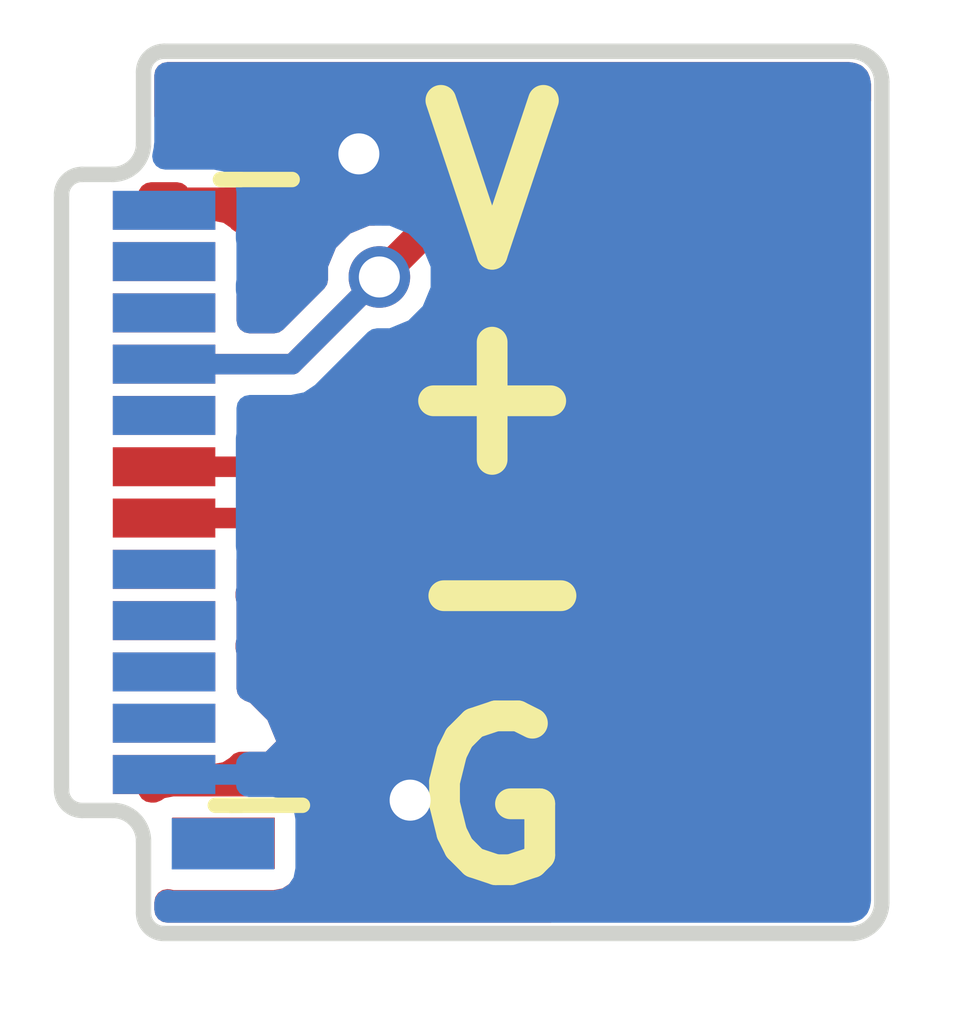
<source format=kicad_pcb>
(kicad_pcb (version 4) (host pcbnew 4.0.2+dfsg1-stable)

  (general
    (links 9)
    (no_connects 2)
    (area 160.024999 97.924999 168.175001 106.675001)
    (thickness 1.6)
    (drawings 20)
    (tracks 27)
    (zones 0)
    (modules 2)
    (nets 5)
  )

  (page A4)
  (layers
    (0 F.Cu signal)
    (31 B.Cu signal)
    (32 B.Adhes user)
    (33 F.Adhes user)
    (34 B.Paste user)
    (35 F.Paste user)
    (36 B.SilkS user)
    (37 F.SilkS user)
    (38 B.Mask user)
    (39 F.Mask user)
    (40 Dwgs.User user)
    (41 Cmts.User user)
    (42 Eco1.User user)
    (43 Eco2.User user)
    (44 Edge.Cuts user)
    (45 Margin user)
    (46 B.CrtYd user)
    (47 F.CrtYd user)
    (48 B.Fab user)
    (49 F.Fab user)
  )

  (setup
    (last_trace_width 0.3)
    (user_trace_width 0.2)
    (user_trace_width 0.3)
    (trace_clearance 0.2)
    (zone_clearance 0.03)
    (zone_45_only yes)
    (trace_min 0.2)
    (segment_width 0.2)
    (edge_width 0.15)
    (via_size 0.6)
    (via_drill 0.4)
    (via_min_size 0.4)
    (via_min_drill 0.3)
    (uvia_size 0.3)
    (uvia_drill 0.1)
    (uvias_allowed no)
    (uvia_min_size 0.2)
    (uvia_min_drill 0.1)
    (pcb_text_width 0.3)
    (pcb_text_size 1.5 1.5)
    (mod_edge_width 0.15)
    (mod_text_size 1 1)
    (mod_text_width 0.15)
    (pad_size 1.524 1.524)
    (pad_drill 0.762)
    (pad_to_mask_clearance 0.2)
    (aux_axis_origin 0 0)
    (visible_elements FFFFFF7F)
    (pcbplotparams
      (layerselection 0x00030_80000001)
      (usegerberextensions false)
      (excludeedgelayer true)
      (linewidth 0.100000)
      (plotframeref false)
      (viasonmask false)
      (mode 1)
      (useauxorigin false)
      (hpglpennumber 1)
      (hpglpenspeed 20)
      (hpglpendiameter 15)
      (hpglpenoverlay 2)
      (psnegative false)
      (psa4output false)
      (plotreference true)
      (plotvalue true)
      (plotinvisibletext false)
      (padsonsilk false)
      (subtractmaskfromsilk false)
      (outputformat 1)
      (mirror false)
      (drillshape 1)
      (scaleselection 1)
      (outputdirectory ""))
  )

  (net 0 "")
  (net 1 /GND)
  (net 2 /Vbus)
  (net 3 /D-)
  (net 4 /D+)

  (net_class Default "This is the default net class."
    (clearance 0.2)
    (trace_width 0.25)
    (via_dia 0.6)
    (via_drill 0.4)
    (uvia_dia 0.3)
    (uvia_drill 0.1)
    (add_net /D+)
    (add_net /D-)
    (add_net /GND)
    (add_net /Vbus)
  )

  (module adapter:WM12855-ND (layer F.Cu) (tedit 5AC029C9) (tstamp 5AC02DE8)
    (at 163.6 102.3 90)
    (path /5AC016F6)
    (fp_text reference U1 (at 0.025 6.2 90) (layer F.SilkS) hide
      (effects (font (size 1 1) (thickness 0.15)))
    )
    (fp_text value USBC (at 0 -4.6 90) (layer F.Fab) hide
      (effects (font (size 1 1) (thickness 0.15)))
    )
    (fp_line (start -3.05 -2) (end -3.05 -1.85) (layer F.SilkS) (width 0.15))
    (fp_line (start -3.05 -1.85) (end -3.05 -1.75) (layer F.SilkS) (width 0.15))
    (fp_line (start 3.05 -1.95) (end 3.05 -1.75) (layer F.SilkS) (width 0.15))
    (fp_line (start -3.05 -1.85) (end -3.05 -1.15) (layer F.SilkS) (width 0.15))
    (fp_line (start 3.05 -1.9) (end 3.05 -1.25) (layer F.SilkS) (width 0.15))
    (pad B1 smd rect (at -2.75 -2.5 90) (size 0.38 1) (layers B.Cu B.Paste B.Mask)
      (net 1 /GND))
    (pad X smd rect (at -3.425 -1.925 90) (size 0.5 1) (layers B.Cu B.Paste B.Mask))
    (pad A12 smd rect (at -2.75 -2.5 90) (size 0.38 1) (layers F.Cu F.Paste F.Mask)
      (net 1 /GND))
    (pad A11 smd rect (at -2.25 -2.5 90) (size 0.38 1) (layers F.Cu F.Paste F.Mask))
    (pad A10 smd rect (at -1.75 -2.5 90) (size 0.38 1) (layers F.Cu F.Paste F.Mask))
    (pad A9 smd rect (at -1.25 -2.5 90) (size 0.38 1) (layers F.Cu F.Paste F.Mask)
      (net 2 /Vbus))
    (pad A8 smd rect (at -0.75 -2.5 90) (size 0.38 1) (layers F.Cu F.Paste F.Mask))
    (pad A7 smd rect (at -0.25 -2.5 90) (size 0.38 1) (layers F.Cu F.Paste F.Mask)
      (net 3 /D-))
    (pad A6 smd rect (at 0.25 -2.5 90) (size 0.38 1) (layers F.Cu F.Paste F.Mask)
      (net 4 /D+))
    (pad A5 smd rect (at 0.75 -2.5 90) (size 0.38 1) (layers F.Cu F.Paste F.Mask))
    (pad A4 smd rect (at 1.25 -2.5 90) (size 0.38 1) (layers F.Cu F.Paste F.Mask)
      (net 2 /Vbus))
    (pad A3 smd rect (at 1.75 -2.5 90) (size 0.38 1) (layers F.Cu F.Paste F.Mask))
    (pad A2 smd rect (at 2.25 -2.5 90) (size 0.38 1) (layers F.Cu F.Paste F.Mask))
    (pad A1 smd rect (at 2.75 -2.5 90) (size 0.38 1) (layers F.Cu F.Paste F.Mask)
      (net 1 /GND))
    (pad X smd rect (at -3.42 -1.92 90) (size 0.5 1) (layers F.Cu F.Paste F.Mask))
    (pad B2 smd rect (at -2.25 -2.5 90) (size 0.38 1) (layers B.Cu B.Paste B.Mask))
    (pad B3 smd rect (at -1.75 -2.5 90) (size 0.38 1) (layers B.Cu B.Paste B.Mask))
    (pad B4 smd rect (at -1.25 -2.5 90) (size 0.38 1) (layers B.Cu B.Paste B.Mask)
      (net 2 /Vbus))
    (pad B5 smd rect (at -0.75 -2.5 90) (size 0.38 1) (layers B.Cu B.Paste B.Mask))
    (pad B8 smd rect (at 0.75 -2.5 90) (size 0.38 1) (layers B.Cu B.Paste B.Mask))
    (pad B9 smd rect (at 1.25 -2.5 90) (size 0.38 1) (layers B.Cu B.Paste B.Mask)
      (net 2 /Vbus))
    (pad B10 smd rect (at 1.75 -2.5 90) (size 0.38 1) (layers B.Cu B.Paste B.Mask))
    (pad B11 smd rect (at 2.25 -2.5 90) (size 0.38 1) (layers B.Cu B.Paste B.Mask))
    (pad B12 smd rect (at 2.75 -2.5 90) (size 0.38 1) (layers B.Cu B.Paste B.Mask))
  )

  (module adapter:PCB_Pad (layer F.Cu) (tedit 5AC02B60) (tstamp 5AC02FB1)
    (at 163.8 102.3 90)
    (path /5AC0169C)
    (fp_text reference U2 (at 0 5.4 90) (layer F.SilkS) hide
      (effects (font (size 1 1) (thickness 0.15)))
    )
    (fp_text value USBA_Footprint (at 0 -4.1 90) (layer F.Fab) hide
      (effects (font (size 1 1) (thickness 0.15)))
    )
    (pad Vbus smd rect (at 3 3 90) (size 1 2) (layers F.Cu F.Paste F.Mask)
      (net 2 /Vbus))
    (pad D+ smd rect (at 1 3 90) (size 1 2) (layers F.Cu F.Paste F.Mask)
      (net 4 /D+))
    (pad D- smd rect (at -1 3 90) (size 1 2) (layers F.Cu F.Paste F.Mask)
      (net 3 /D-))
    (pad GND smd rect (at -3 3 90) (size 1 2) (layers F.Cu F.Paste F.Mask)
      (net 1 /GND))
  )

  (gr_text G (at 164.3 105.3) (layer F.SilkS)
    (effects (font (size 1.5 1.5) (thickness 0.3)))
  )
  (gr_text - (at 164.4 103.2) (layer F.SilkS)
    (effects (font (size 1.5 1.5) (thickness 0.3)))
  )
  (gr_text "+\n" (at 164.3 101.3) (layer F.SilkS)
    (effects (font (size 1.5 1.5) (thickness 0.3)))
  )
  (gr_text V (at 164.3 99.3) (layer F.SilkS)
    (effects (font (size 1.5 1.5) (thickness 0.3)))
  )
  (gr_line (start 161.1 106.6) (end 167.8 106.6) (angle 90) (layer Edge.Cuts) (width 0.15))
  (gr_line (start 160.9 106.4) (end 160.9 105.7) (angle 90) (layer Edge.Cuts) (width 0.15))
  (gr_arc (start 161.1 106.4) (end 161.1 106.6) (angle 90) (layer Edge.Cuts) (width 0.15))
  (gr_line (start 167.8 98) (end 161.1 98) (angle 90) (layer Edge.Cuts) (width 0.15))
  (gr_line (start 160.9 98.2) (end 160.9 98.9) (angle 90) (layer Edge.Cuts) (width 0.15))
  (gr_arc (start 161.1 98.2) (end 160.9 98.2) (angle 90) (layer Edge.Cuts) (width 0.15))
  (gr_line (start 160.6 99.2) (end 160.3 99.2) (angle 90) (layer Edge.Cuts) (width 0.15))
  (gr_line (start 160.1 105.2) (end 160.1 99.4) (angle 90) (layer Edge.Cuts) (width 0.15))
  (gr_line (start 160.6 105.4) (end 160.3 105.4) (angle 90) (layer Edge.Cuts) (width 0.15))
  (gr_arc (start 160.3 105.2) (end 160.3 105.4) (angle 90) (layer Edge.Cuts) (width 0.15))
  (gr_arc (start 160.3 99.4) (end 160.1 99.4) (angle 90) (layer Edge.Cuts) (width 0.15))
  (gr_arc (start 160.6 98.9) (end 160.9 98.9) (angle 90) (layer Edge.Cuts) (width 0.15))
  (gr_arc (start 160.6 105.7) (end 160.6 105.4) (angle 90) (layer Edge.Cuts) (width 0.15))
  (gr_line (start 168.1 98.3) (end 168.1 106.3) (angle 90) (layer Edge.Cuts) (width 0.15))
  (gr_arc (start 167.8 98.3) (end 167.8 98) (angle 90) (layer Edge.Cuts) (width 0.15))
  (gr_arc (start 167.8 106.3) (end 168.1 106.3) (angle 90) (layer Edge.Cuts) (width 0.15))

  (segment (start 163.5 105.3) (end 166.8 105.3) (width 0.3) (layer F.Cu) (net 1) (status 800000))
  (segment (start 161.1 99.55) (end 162.45 99.55) (width 0.2) (layer F.Cu) (net 1) (status 400000))
  (via (at 163 99) (size 0.6) (drill 0.4) (layers F.Cu B.Cu) (net 1))
  (segment (start 162.45 99.55) (end 163 99) (width 0.2) (layer F.Cu) (net 1) (tstamp 5AC030C7))
  (segment (start 161.1 105.05) (end 163.25 105.05) (width 0.2) (layer F.Cu) (net 1) (status 400000))
  (segment (start 163.25 105.05) (end 163.5 105.3) (width 0.2) (layer F.Cu) (net 1) (tstamp 5AC030C3))
  (segment (start 161.1 105.05) (end 163.25 105.05) (width 0.2) (layer B.Cu) (net 1))
  (segment (start 163.25 105.05) (end 163.5 105.3) (width 0.2) (layer F.Cu) (net 1) (tstamp 5AC03089))
  (via (at 163.5 105.3) (size 0.6) (drill 0.4) (layers F.Cu B.Cu) (net 1))
  (segment (start 163.25 105.05) (end 163.5 105.3) (width 0.2) (layer B.Cu) (net 1) (tstamp 5AC0308F))
  (segment (start 166.8 99.3) (end 164.1 99.3) (width 0.3) (layer F.Cu) (net 2))
  (segment (start 164.1 99.3) (end 163.2 100.2) (width 0.3) (layer F.Cu) (net 2) (tstamp 5AC03045))
  (segment (start 161.1 101.05) (end 162.35 101.05) (width 0.2) (layer F.Cu) (net 2))
  (segment (start 162.35 101.05) (end 163.2 100.2) (width 0.2) (layer F.Cu) (net 2) (tstamp 5AC03039))
  (segment (start 162.35 101.05) (end 161.1 101.05) (width 0.2) (layer B.Cu) (net 2) (tstamp 5AC0303D))
  (segment (start 163.2 100.2) (end 162.35 101.05) (width 0.2) (layer B.Cu) (net 2) (tstamp 5AC0303C))
  (via (at 163.2 100.2) (size 0.6) (drill 0.4) (layers F.Cu B.Cu) (net 2))
  (segment (start 161.1 102.55) (end 161.85 102.55) (width 0.2) (layer F.Cu) (net 3))
  (segment (start 161.85 102.55) (end 161.9 102.5) (width 0.2) (layer F.Cu) (net 3))
  (segment (start 161.9 102.5) (end 164.5 102.5) (width 0.2) (layer F.Cu) (net 3))
  (segment (start 164.5 102.5) (end 165.3 103.3) (width 0.2) (layer F.Cu) (net 3))
  (segment (start 165.3 103.3) (end 166.8 103.3) (width 0.2) (layer F.Cu) (net 3))
  (segment (start 161.1 102.05) (end 161.85 102.05) (width 0.2) (layer F.Cu) (net 4))
  (segment (start 161.85 102.05) (end 161.9 102.1) (width 0.2) (layer F.Cu) (net 4))
  (segment (start 161.9 102.1) (end 164.5 102.1) (width 0.2) (layer F.Cu) (net 4))
  (segment (start 164.5 102.1) (end 165.3 101.3) (width 0.2) (layer F.Cu) (net 4))
  (segment (start 165.3 101.3) (end 166.8 101.3) (width 0.2) (layer F.Cu) (net 4))

  (zone (net 1) (net_name /GND) (layer F.Cu) (tstamp 5AC030F7) (hatch edge 0.508)
    (connect_pads (clearance 0.03))
    (min_thickness 0.254)
    (fill yes (arc_segments 16) (thermal_gap 0.6) (thermal_bridge_width 0.508))
    (polygon
      (pts
        (xy 169 107.5) (xy 159.5 107.5) (xy 159.5 97.5) (xy 169 97.5) (xy 169 107.5)
      )
    )
    (filled_polygon
      (pts
        (xy 164.873 103.476869) (xy 164.873 106.368) (xy 161.132 106.368) (xy 161.132 106.293686) (xy 161.18 106.303406)
        (xy 162.18 106.303406) (xy 162.301179 106.280605) (xy 162.412474 106.208988) (xy 162.487138 106.099714) (xy 162.513406 105.97)
        (xy 162.513406 105.47) (xy 162.490605 105.348821) (xy 162.418988 105.237526) (xy 162.309714 105.162862) (xy 162.18 105.136594)
        (xy 161.18 105.136594) (xy 161.058821 105.159395) (xy 161.000382 105.197) (xy 160.973 105.197) (xy 160.973 105.145)
        (xy 160.953 105.145) (xy 160.953 105.073406) (xy 161.6 105.073406) (xy 161.721179 105.050605) (xy 161.832474 104.978988)
        (xy 161.848864 104.955) (xy 162.14525 104.955) (xy 162.327 104.77325) (xy 162.327 104.715391) (xy 162.216321 104.448188)
        (xy 162.011813 104.243679) (xy 161.933406 104.211202) (xy 161.933406 103.86) (xy 161.921702 103.797796) (xy 161.933406 103.74)
        (xy 161.933406 103.36) (xy 161.921702 103.297796) (xy 161.933406 103.24) (xy 161.933406 102.96041) (xy 162.013406 102.944497)
        (xy 162.039592 102.927) (xy 164.32313 102.927)
      )
    )
    (filled_polygon
      (pts
        (xy 167.824282 98.241375) (xy 167.84487 98.255131) (xy 167.858625 98.275718) (xy 167.868 98.322849) (xy 167.868 98.480364)
        (xy 167.8 98.466594) (xy 165.8 98.466594) (xy 165.678821 98.489395) (xy 165.567526 98.561012) (xy 165.492862 98.670286)
        (xy 165.466594 98.8) (xy 165.466594 98.823) (xy 164.1 98.823) (xy 163.91746 98.859309) (xy 163.76271 98.96271)
        (xy 163.152462 99.572958) (xy 163.075829 99.572891) (xy 162.845297 99.668145) (xy 162.668765 99.844369) (xy 162.573109 100.074735)
        (xy 162.572979 100.223151) (xy 162.17313 100.623) (xy 161.933406 100.623) (xy 161.933406 100.388798) (xy 162.011813 100.356321)
        (xy 162.216321 100.151812) (xy 162.327 99.884609) (xy 162.327 99.82675) (xy 162.14525 99.645) (xy 161.850232 99.645)
        (xy 161.838988 99.627526) (xy 161.729714 99.552862) (xy 161.6 99.526594) (xy 160.953 99.526594) (xy 160.953 99.455)
        (xy 160.973 99.455) (xy 160.973 99.403) (xy 161.227 99.403) (xy 161.227 99.455) (xy 162.14525 99.455)
        (xy 162.327 99.27325) (xy 162.327 99.215391) (xy 162.216321 98.948188) (xy 162.011813 98.743679) (xy 161.74461 98.633)
        (xy 161.40875 98.633) (xy 161.227002 98.814748) (xy 161.227002 98.633) (xy 161.132 98.633) (xy 161.132 98.232)
        (xy 167.777151 98.232)
      )
    )
  )
  (zone (net 1) (net_name /GND) (layer B.Cu) (tstamp 5AC03105) (hatch edge 0.508)
    (connect_pads (clearance 0.03))
    (min_thickness 0.254)
    (fill yes (arc_segments 16) (thermal_gap 0.6) (thermal_bridge_width 0.508))
    (polygon
      (pts
        (xy 169 107.5) (xy 159.5 107.5) (xy 159.5 97.5) (xy 169 97.5) (xy 169 107.5)
      )
    )
    (filled_polygon
      (pts
        (xy 167.824282 98.241375) (xy 167.84487 98.255131) (xy 167.858625 98.275718) (xy 167.868 98.322849) (xy 167.868 106.277151)
        (xy 167.858625 106.324282) (xy 167.84487 106.344869) (xy 167.824282 106.358625) (xy 167.777151 106.368) (xy 161.132 106.368)
        (xy 161.132 106.299698) (xy 161.175 106.308406) (xy 162.175 106.308406) (xy 162.296179 106.285605) (xy 162.407474 106.213988)
        (xy 162.482138 106.104714) (xy 162.508406 105.975) (xy 162.508406 105.475) (xy 162.485605 105.353821) (xy 162.413988 105.242526)
        (xy 162.304714 105.167862) (xy 162.175 105.141594) (xy 161.927 105.141594) (xy 161.927 104.955) (xy 162.14525 104.955)
        (xy 162.327 104.77325) (xy 162.327 104.715391) (xy 162.216321 104.448188) (xy 162.011813 104.243679) (xy 161.933406 104.211202)
        (xy 161.933406 103.86) (xy 161.927 103.825954) (xy 161.927 103.771633) (xy 161.933406 103.74) (xy 161.933406 103.36)
        (xy 161.927 103.325954) (xy 161.927 103.271633) (xy 161.933406 103.24) (xy 161.933406 102.86) (xy 161.927 102.825954)
        (xy 161.927 101.771633) (xy 161.933406 101.74) (xy 161.933406 101.477) (xy 162.349995 101.477) (xy 162.35 101.477001)
        (xy 162.513406 101.444497) (xy 162.651935 101.351935) (xy 163.176889 100.82698) (xy 163.324171 100.827109) (xy 163.554703 100.731855)
        (xy 163.731235 100.555631) (xy 163.826891 100.325265) (xy 163.827109 100.075829) (xy 163.731855 99.845297) (xy 163.555631 99.668765)
        (xy 163.325265 99.573109) (xy 163.075829 99.572891) (xy 162.845297 99.668145) (xy 162.668765 99.844369) (xy 162.573109 100.074735)
        (xy 162.572979 100.223151) (xy 162.17313 100.623) (xy 161.933406 100.623) (xy 161.933406 100.36) (xy 161.927 100.325954)
        (xy 161.927 100.271633) (xy 161.933406 100.24) (xy 161.933406 99.86) (xy 161.927 99.825954) (xy 161.927 99.771633)
        (xy 161.933406 99.74) (xy 161.933406 99.36) (xy 161.927 99.325954) (xy 161.927 99.2) (xy 161.918315 99.153841)
        (xy 161.891035 99.111447) (xy 161.84941 99.083006) (xy 161.8 99.073) (xy 161.759187 99.073) (xy 161.729714 99.052862)
        (xy 161.6 99.026594) (xy 161.111364 99.026594) (xy 161.127542 98.945261) (xy 161.127542 98.922412) (xy 161.132 98.9)
        (xy 161.132 98.232) (xy 167.777151 98.232)
      )
    )
  )
  (zone (net 0) (net_name "") (layer B.Cu) (tstamp 5AC031B6) (hatch edge 0.508)
    (connect_pads (clearance 0.03))
    (min_thickness 0.254)
    (keepout (tracks not_allowed) (vias not_allowed) (copperpour not_allowed))
    (fill (arc_segments 16) (thermal_gap 0.6) (thermal_bridge_width 0.508))
    (polygon
      (pts
        (xy 161.8 105.4) (xy 160.4 105.4) (xy 160.4 99.2) (xy 161.8 99.2) (xy 161.8 105.4)
      )
    )
  )
  (zone (net 0) (net_name "") (layer F.Cu) (tstamp 5AC03227) (hatch edge 0.508)
    (connect_pads (clearance 0.03))
    (min_thickness 0.254)
    (keepout (tracks not_allowed) (vias not_allowed) (copperpour not_allowed))
    (fill (arc_segments 16) (thermal_gap 0.6) (thermal_bridge_width 0.508))
    (polygon
      (pts
        (xy 168 106.5) (xy 165 106.5) (xy 165 99) (xy 168 99) (xy 168 106.5)
      )
    )
  )
)

</source>
